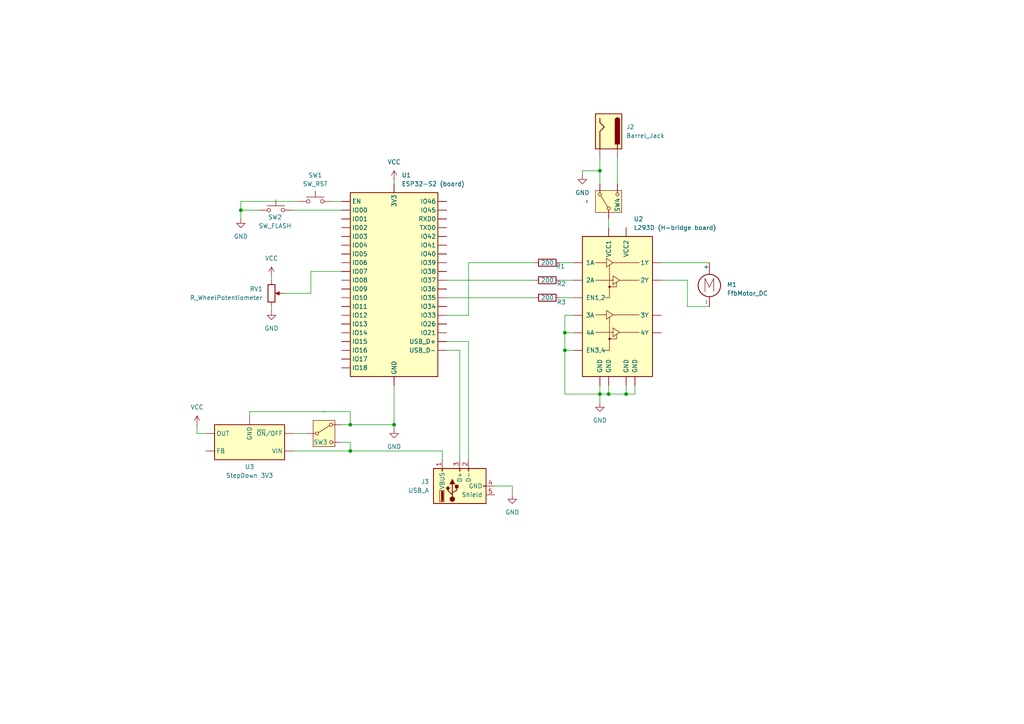
<source format=kicad_sch>
(kicad_sch (version 20231120) (generator "eeschema") (generator_version "8.0")
  (paper "A4")
  (lib_symbols
    (symbol "Connector:Barrel_Jack" (pin_numbers hide) (pin_names (offset 1.016))
      (property "Reference" "J" (at 0 5.334 0))
      (property "Value" "Barrel_Jack" (at 0 -5.08 0))
      (symbol "Barrel_Jack_0_1"
        (rectangle (start -5.08 3.81) (end 5.08 -3.81) (stroke (width 0.254)) (fill (type background)))
        (arc (start -3.302 3.175) (mid -3.9343 2.54) (end -3.302 1.905) (stroke (width 0.254)))
        (arc (start -3.302 3.175) (mid -3.9343 2.54) (end -3.302 1.905) (stroke (width 0.254)) (fill (type outline)))
        (polyline (pts (xy 5.08 2.54) (xy 3.81 2.54)) (stroke (width 0.254)))
        (polyline (pts (xy -3.81 -2.54) (xy -2.54 -2.54) (xy -1.27 -1.27) (xy 0 -2.54) (xy 2.54 -2.54) (xy 5.08 -2.54)) (stroke (width 0.254)))
        (rectangle (start 3.683 3.175) (end -3.302 1.905) (stroke (width 0.254)) (fill (type outline)))
      )
      (symbol "Barrel_Jack_1_1"
        (pin passive line (at 7.62 2.54 180) (length 2.54) (name "~") (number "1"))
        (pin passive line (at 7.62 -2.54 180) (length 2.54) (name "~") (number "2"))
      )
    )
    (symbol "Connector:USB_A" (pin_names (offset 1.016))
      (property "Reference" "J" (at -5.08 11.43 0))
      (property "Value" "USB_A" (at -5.08 8.89 0))
      (symbol "USB_A_0_1"
        (rectangle (start -5.08 -7.62) (end 5.08 7.62) (stroke (width 0.254)) (fill (type background)))
        (circle (center -3.81 2.159) (radius 0.635) (stroke (width 0.254)) (fill (type outline)))
        (rectangle (start -1.524 4.826) (end -4.318 5.334) (fill (type outline)))
        (rectangle (start -1.27 4.572) (end -4.572 5.842))
        (circle (center -0.635 3.429) (radius 0.381) (stroke (width 0.254)) (fill (type outline)))
        (rectangle (start -0.127 -7.62) (end 0.127 -6.858))
        (polyline (pts (xy -3.175 2.159) (xy -2.54 2.159) (xy -1.27 3.429) (xy -0.635 3.429)) (stroke (width 0.254)))
        (polyline (pts (xy -2.54 2.159) (xy -1.905 2.159) (xy -1.27 0.889) (xy 0 0.889)) (stroke (width 0.254)))
        (polyline (pts (xy 0.635 2.794) (xy 0.635 1.524) (xy 1.905 2.159) (xy 0.635 2.794)) (stroke (width 0.254)) (fill (type outline)))
        (rectangle (start 0.254 1.27) (end -0.508 0.508) (stroke (width 0.254)) (fill (type outline)))
        (rectangle (start 5.08 -2.667) (end 4.318 -2.413))
        (rectangle (start 5.08 -0.127) (end 4.318 0.127))
        (rectangle (start 5.08 4.953) (end 4.318 5.207))
      )
      (symbol "USB_A_1_1"
        (polyline (pts (xy -1.905 2.159) (xy 0.635 2.159)) (stroke (width 0.254)))
        (pin power_in line (at 7.62 5.08 180) (length 2.54) (name "VBUS") (number "1"))
        (pin bidirectional line (at 7.62 -2.54 180) (length 2.54) (name "D-") (number "2"))
        (pin bidirectional line (at 7.62 0 180) (length 2.54) (name "D+") (number "3"))
        (pin power_in line (at 0 -10.16 90) (length 2.54) (name "GND") (number "4"))
        (pin passive line (at -2.54 -10.16 90) (length 2.54) (name "Shield") (number "5"))
      )
    )
    (symbol "Device:R" (pin_numbers hide) (pin_names (offset 0))
      (property "Reference" "R" (at 2.032 0 90))
      (property "Value" "R" (at 0 0 90))
      (symbol "R_0_1"
        (rectangle (start -1.016 -2.54) (end 1.016 2.54) (stroke (width 0.254)))
      )
      (symbol "R_1_1"
        (pin passive line (at 0 3.81 270) (length 1.27) (name "~") (number "1"))
        (pin passive line (at 0 -3.81 90) (length 1.27) (name "~") (number "2"))
      )
    )
    (symbol "Device:R_Potentiometer" (pin_numbers hide) (pin_names (offset 1.016) hide)
      (property "Reference" "RV" (at -4.445 0 90))
      (property "Value" "R_Potentiometer" (at -2.54 0 90))
      (symbol "R_Potentiometer_0_1"
        (polyline (pts (xy 2.54 0) (xy 1.524 0)))
        (polyline (pts (xy 1.143 0) (xy 2.286 0.508) (xy 2.286 -0.508) (xy 1.143 0)) (fill (type outline)))
        (rectangle (start 1.016 2.54) (end -1.016 -2.54) (stroke (width 0.254)))
      )
      (symbol "R_Potentiometer_1_1"
        (pin passive line (at 0 3.81 270) (length 1.27) (name "1") (number "1"))
        (pin passive line (at 3.81 0 180) (length 1.27) (name "2") (number "2"))
        (pin passive line (at 0 -3.81 90) (length 1.27) (name "3") (number "3"))
      )
    )
    (symbol "Driver_Motor:L293D" (pin_numbers hide) (pin_names (offset 1.016))
      (property "Reference" "U" (at -5.08 26.035 0))
      (property "Value" "L293D" (at -5.08 24.13 0))
      (symbol "L293D_0_1"
        (rectangle (start -10.16 22.86) (end 10.16 -17.78) (stroke (width 0.254)) (fill (type background)))
        (circle (center -2.286 -6.858) (radius 0.254) (fill (type outline)))
        (circle (center -2.286 8.255) (radius 0.254) (fill (type outline)))
        (polyline (pts (xy -6.35 -4.953) (xy -1.27 -4.953)))
        (polyline (pts (xy -6.35 0.127) (xy -3.175 0.127)))
        (polyline (pts (xy -6.35 10.16) (xy -1.27 10.16)))
        (polyline (pts (xy -6.35 15.24) (xy -3.175 15.24)))
        (polyline (pts (xy -1.27 0.127) (xy 6.35 0.127)))
        (polyline (pts (xy -1.27 15.24) (xy 6.35 15.24)))
        (polyline (pts (xy 0.635 -4.953) (xy 6.35 -4.953)))
        (polyline (pts (xy 0.635 10.16) (xy 6.35 10.16)))
        (polyline (pts (xy -2.286 -6.858) (xy -0.254 -6.858) (xy -0.254 -5.588)))
        (polyline (pts (xy -2.286 -0.635) (xy -2.286 -10.16) (xy -3.556 -10.16)))
        (polyline (pts (xy -2.286 8.255) (xy -0.254 8.255) (xy -0.254 9.525)))
        (polyline (pts (xy -2.286 14.478) (xy -2.286 5.08) (xy -3.556 5.08)))
        (polyline (pts (xy -3.175 1.397) (xy -3.175 -1.143) (xy -1.27 0.127) (xy -3.175 1.397)))
        (polyline (pts (xy -3.175 16.51) (xy -3.175 13.97) (xy -1.27 15.24) (xy -3.175 16.51)))
        (polyline (pts (xy -1.27 -3.683) (xy -1.27 -6.223) (xy 0.635 -4.953) (xy -1.27 -3.683)))
        (polyline (pts (xy -1.27 11.43) (xy -1.27 8.89) (xy 0.635 10.16) (xy -1.27 11.43)))
      )
      (symbol "L293D_1_1"
        (pin input line (at -12.7 5.08 0) (length 2.54) (name "EN1,2") (number "1"))
        (pin input line (at -12.7 0 0) (length 2.54) (name "3A") (number "10"))
        (pin output line (at 12.7 0 180) (length 2.54) (name "3Y") (number "11"))
        (pin power_in line (at 2.54 -20.32 90) (length 2.54) (name "GND") (number "12"))
        (pin power_in line (at 5.08 -20.32 90) (length 2.54) (name "GND") (number "13"))
        (pin output line (at 12.7 -5.08 180) (length 2.54) (name "4Y") (number "14"))
        (pin input line (at -12.7 -5.08 0) (length 2.54) (name "4A") (number "15"))
        (pin power_in line (at -2.54 25.4 270) (length 2.54) (name "VCC1") (number "16"))
        (pin input line (at -12.7 15.24 0) (length 2.54) (name "1A") (number "2"))
        (pin output line (at 12.7 15.24 180) (length 2.54) (name "1Y") (number "3"))
        (pin power_in line (at -5.08 -20.32 90) (length 2.54) (name "GND") (number "4"))
        (pin power_in line (at -2.54 -20.32 90) (length 2.54) (name "GND") (number "5"))
        (pin output line (at 12.7 10.16 180) (length 2.54) (name "2Y") (number "6"))
        (pin input line (at -12.7 10.16 0) (length 2.54) (name "2A") (number "7"))
        (pin power_in line (at 2.54 25.4 270) (length 2.54) (name "VCC2") (number "8"))
        (pin input line (at -12.7 -10.16 0) (length 2.54) (name "EN3,4") (number "9"))
      )
    )
    (symbol "Motor:Motor_DC" (pin_numbers hide) (pin_names (offset 0))
      (property "Reference" "M" (at 2.54 2.54 0))
      (property "Value" "Motor_DC" (at 2.54 -5.08 0))
      (symbol "Motor_DC_0_0"
        (polyline (pts (xy -1.27 -3.302) (xy -1.27 0.508) (xy 0 -2.032) (xy 1.27 0.508) (xy 1.27 -3.302)))
      )
      (symbol "Motor_DC_0_1"
        (circle (center 0 -1.524) (radius 3.2512) (stroke (width 0.254)))
        (polyline (pts (xy 0 -7.62) (xy 0 -7.112)))
        (polyline (pts (xy 0 -4.7752) (xy 0 -5.1816)))
        (polyline (pts (xy 0 1.7272) (xy 0 2.0828)))
        (polyline (pts (xy 0 2.032) (xy 0 2.54)))
      )
      (symbol "Motor_DC_1_1"
        (pin passive line (at 0 5.08 270) (length 2.54) (name "+") (number "1"))
        (pin passive line (at 0 -7.62 90) (length 2.54) (name "-") (number "2"))
      )
    )
    (symbol "RF_Module:ESP32-S2-WROVER" (pin_numbers hide)
      (property "Reference" "U" (at -12.7 29.21 0))
      (property "Value" "ESP32-S2-WROVER" (at 2.54 29.21 0))
      (symbol "ESP32-S2-WROVER_0_1"
        (rectangle (start -12.7 27.94) (end 12.7 -25.4) (stroke (width 0.254)) (fill (type background)))
      )
      (symbol "ESP32-S2-WROVER_1_1"
        (pin power_in line (at 0 -27.94 90) (length 2.54) (name "GND") (number "1"))
        (pin bidirectional line (at -15.24 5.08 0) (length 2.54) (name "IO07") (number "10"))
        (pin bidirectional line (at -15.24 2.54 0) (length 2.54) (name "IO08") (number "11"))
        (pin bidirectional line (at -15.24 0 0) (length 2.54) (name "IO09") (number "12"))
        (pin bidirectional line (at -15.24 -2.54 0) (length 2.54) (name "IO10") (number "13"))
        (pin bidirectional line (at -15.24 -5.08 0) (length 2.54) (name "IO11") (number "14"))
        (pin bidirectional line (at -15.24 -7.62 0) (length 2.54) (name "IO12") (number "15"))
        (pin bidirectional line (at -15.24 -10.16 0) (length 2.54) (name "IO13") (number "16"))
        (pin bidirectional line (at -15.24 -12.7 0) (length 2.54) (name "IO14") (number "17"))
        (pin bidirectional line (at -15.24 -15.24 0) (length 2.54) (name "IO15") (number "18"))
        (pin bidirectional line (at -15.24 -17.78 0) (length 2.54) (name "IO16") (number "19"))
        (pin power_in line (at 0 30.48 270) (length 2.54) (name "3V3") (number "2"))
        (pin bidirectional line (at -15.24 -20.32 0) (length 2.54) (name "IO17") (number "20"))
        (pin bidirectional line (at -15.24 -22.86 0) (length 2.54) (name "IO18") (number "21"))
        (pin bidirectional line (at 15.24 -17.78 180) (length 2.54) (name "USB_D-") (number "22"))
        (pin bidirectional line (at 15.24 -15.24 180) (length 2.54) (name "USB_D+") (number "23"))
        (pin bidirectional line (at 15.24 -12.7 180) (length 2.54) (name "IO21") (number "24"))
        (pin bidirectional line (at 15.24 -10.16 180) (length 2.54) (name "IO26") (number "25"))
        (pin passive line (at 0 -27.94 90) (length 2.54) hide (name "GND") (number "26"))
        (pin bidirectional line (at 15.24 -7.62 180) (length 2.54) (name "IO33") (number "27"))
        (pin bidirectional line (at 15.24 -5.08 180) (length 2.54) (name "IO34") (number "28"))
        (pin bidirectional line (at 15.24 -2.54 180) (length 2.54) (name "IO35") (number "29"))
        (pin bidirectional line (at -15.24 22.86 0) (length 2.54) (name "IO00") (number "3"))
        (pin bidirectional line (at 15.24 0 180) (length 2.54) (name "IO36") (number "30"))
        (pin bidirectional line (at 15.24 2.54 180) (length 2.54) (name "IO37") (number "31"))
        (pin bidirectional line (at 15.24 5.08 180) (length 2.54) (name "IO38") (number "32"))
        (pin bidirectional line (at 15.24 7.62 180) (length 2.54) (name "IO39") (number "33"))
        (pin bidirectional line (at 15.24 10.16 180) (length 2.54) (name "IO40") (number "34"))
        (pin bidirectional line (at 15.24 12.7 180) (length 2.54) (name "IO41") (number "35"))
        (pin bidirectional line (at 15.24 15.24 180) (length 2.54) (name "IO42") (number "36"))
        (pin bidirectional line (at 15.24 17.78 180) (length 2.54) (name "TXD0") (number "37"))
        (pin bidirectional line (at 15.24 20.32 180) (length 2.54) (name "RXD0") (number "38"))
        (pin bidirectional line (at 15.24 22.86 180) (length 2.54) (name "IO45") (number "39"))
        (pin bidirectional line (at -15.24 20.32 0) (length 2.54) (name "IO01") (number "4"))
        (pin input line (at 15.24 25.4 180) (length 2.54) (name "IO46") (number "40"))
        (pin input line (at -15.24 25.4 0) (length 2.54) (name "EN") (number "41"))
        (pin passive line (at 0 -27.94 90) (length 2.54) hide (name "GND") (number "42"))
        (pin passive line (at 0 -27.94 90) (length 2.54) hide (name "GND") (number "43"))
        (pin bidirectional line (at -15.24 17.78 0) (length 2.54) (name "IO02") (number "5"))
        (pin bidirectional line (at -15.24 15.24 0) (length 2.54) (name "IO03") (number "6"))
        (pin bidirectional line (at -15.24 12.7 0) (length 2.54) (name "IO04") (number "7"))
        (pin bidirectional line (at -15.24 10.16 0) (length 2.54) (name "IO05") (number "8"))
        (pin bidirectional line (at -15.24 7.62 0) (length 2.54) (name "IO06") (number "9"))
      )
    )
    (symbol "Regulator_Switching:LM2596S-3.3" (pin_numbers hide)
      (property "Reference" "U" (at -10.16 6.35 0))
      (property "Value" "LM2596S-3.3" (at 0 6.35 0))
      (symbol "LM2596S-3.3_0_1"
        (rectangle (start -10.16 5.08) (end 10.16 -5.08) (stroke (width 0.254)) (fill (type background)))
      )
      (symbol "LM2596S-3.3_1_1"
        (pin power_in line (at -12.7 2.54 0) (length 2.54) (name "VIN") (number "1"))
        (pin output line (at 12.7 -2.54 180) (length 2.54) (name "OUT") (number "2"))
        (pin power_in line (at 0 -7.62 90) (length 2.54) (name "GND") (number "3"))
        (pin input line (at 12.7 2.54 180) (length 2.54) (name "FB") (number "4"))
        (pin input line (at -12.7 -2.54 0) (length 2.54) (name "~{ON}/OFF") (number "5"))
      )
    )
    (symbol "Switch:SW_Nidec_CAS-120A1" (pin_numbers hide) (pin_names (offset 1) hide)
      (property "Reference" "SW" (at 0 4.318 0))
      (property "Value" "SW_Nidec_CAS-120A1" (at 0 -5.08 0))
      (symbol "SW_Nidec_CAS-120A1_0_1"
        (circle (center -2.032 0) (radius 0.4572))
        (polyline (pts (xy -1.651 0.254) (xy 1.651 2.286)))
        (circle (center 2.032 -2.54) (radius 0.4572))
        (circle (center 2.032 2.54) (radius 0.4572))
      )
      (symbol "SW_Nidec_CAS-120A1_1_1"
        (rectangle (start -3.175 3.81) (end 3.175 -3.81) (fill (type background)))
        (pin passive line (at 5.08 -2.54 180) (length 2.54) (name "C") (number "1"))
        (pin passive line (at -5.08 0 0) (length 2.54) (name "B") (number "2"))
        (pin passive line (at 5.08 2.54 180) (length 2.54) (name "A") (number "3"))
      )
    )
    (symbol "Switch:SW_Push" (pin_numbers hide) (pin_names (offset 1.016) hide)
      (property "Reference" "SW" (at 1.27 2.54 0))
      (property "Value" "SW_Push" (at 0 -1.524 0))
      (symbol "SW_Push_0_1"
        (circle (center -2.032 0) (radius 0.508))
        (polyline (pts (xy 0 1.27) (xy 0 3.048)))
        (polyline (pts (xy 2.54 1.27) (xy -2.54 1.27)))
        (circle (center 2.032 0) (radius 0.508))
        (pin passive line (at -5.08 0 0) (length 2.54) (name "1") (number "1"))
        (pin passive line (at 5.08 0 180) (length 2.54) (name "2") (number "2"))
      )
    )
    (symbol "power:GND" (power) (pin_numbers hide) (pin_names (offset 0) hide)
      (property "Value" "GND" (at 0 -3.81 0))
      (symbol "GND_0_1"
        (polyline (pts (xy 0 0) (xy 0 -1.27) (xy 1.27 -1.27) (xy 0 -2.54) (xy -1.27 -1.27) (xy 0 -1.27)))
      )
      (symbol "GND_1_1"
        (pin power_in line (at 0 0 270) (length 0) (name "~") (number "1"))
      )
    )
    (symbol "power:VCC" (power) (pin_numbers hide) (pin_names (offset 0) hide)
      (property "Value" "VCC" (at 0 3.556 0))
      (symbol "VCC_0_1"
        (polyline (pts (xy -0.762 1.27) (xy 0 2.54)))
        (polyline (pts (xy 0 0) (xy 0 2.54)))
        (polyline (pts (xy 0 2.54) (xy 0.762 1.27)))
      )
      (symbol "VCC_1_1"
        (pin power_in line (at 0 0 90) (length 0) (name "~") (number "1"))
      )
    )
  )
  (junction (at 163.83 101.6))
  (junction (at 69.85 60.96))
  (junction (at 163.83 96.52))
  (junction (at 173.99 49.53))
  (junction (at 101.6 130.81))
  (junction (at 173.99 114.3))
  (junction (at 101.6 123.19))
  (junction (at 114.3 123.19))
  (junction (at 181.61 114.3))
  (junction (at 176.53 114.3))
  (wire (pts (xy 69.85 58.42) (xy 69.85 60.96)))
  (wire (pts (xy 85.09 125.73) (xy 88.9 125.73)))
  (wire (pts (xy 85.09 60.96) (xy 99.06 60.96)))
  (wire (pts (xy 99.06 123.19) (xy 101.6 123.19)))
  (wire (pts (xy 78.74 80.01) (xy 78.74 81.28)))
  (wire (pts (xy 69.85 60.96) (xy 74.93 60.96)))
  (wire (pts (xy 176.53 111.76) (xy 176.53 114.3)))
  (wire (pts (xy 99.06 128.27) (xy 101.6 128.27)))
  (wire (pts (xy 163.83 101.6) (xy 163.83 96.52)))
  (wire (pts (xy 90.17 78.74) (xy 99.06 78.74)))
  (wire (pts (xy 176.53 63.5) (xy 176.53 66.04)))
  (wire (pts (xy 163.83 96.52) (xy 166.37 96.52)))
  (wire (pts (xy 173.99 111.76) (xy 173.99 114.3)))
  (wire (pts (xy 162.56 81.28) (xy 166.37 81.28)))
  (wire (pts (xy 184.15 111.76) (xy 184.15 114.3)))
  (wire (pts (xy 114.3 53.34) (xy 114.3 52.07)))
  (wire (pts (xy 205.74 88.9) (xy 199.39 88.9)))
  (wire (pts (xy 163.83 91.44) (xy 166.37 91.44)))
  (wire (pts (xy 168.91 49.53) (xy 168.91 50.8)))
  (wire (pts (xy 129.54 99.06) (xy 135.89 99.06)))
  (wire (pts (xy 191.77 76.2) (xy 205.74 76.2)))
  (wire (pts (xy 173.99 114.3) (xy 176.53 114.3)))
  (wire (pts (xy 181.61 111.76) (xy 181.61 114.3)))
  (wire (pts (xy 78.74 90.17) (xy 78.74 88.9)))
  (wire (pts (xy 148.59 140.97) (xy 148.59 143.51)))
  (wire (pts (xy 162.56 86.36) (xy 166.37 86.36)))
  (wire (pts (xy 129.54 91.44) (xy 135.89 91.44)))
  (wire (pts (xy 72.39 120.65) (xy 72.39 119.38)))
  (wire (pts (xy 173.99 45.72) (xy 173.99 49.53)))
  (wire (pts (xy 101.6 123.19) (xy 101.6 119.38)))
  (wire (pts (xy 90.17 85.09) (xy 90.17 78.74)))
  (wire (pts (xy 135.89 76.2) (xy 135.89 91.44)))
  (wire (pts (xy 173.99 49.53) (xy 168.91 49.53)))
  (wire (pts (xy 101.6 128.27) (xy 101.6 130.81)))
  (wire (pts (xy 57.15 123.19) (xy 57.15 125.73)))
  (wire (pts (xy 163.83 96.52) (xy 163.83 91.44)))
  (wire (pts (xy 163.83 114.3) (xy 163.83 101.6)))
  (wire (pts (xy 86.36 58.42) (xy 69.85 58.42)))
  (wire (pts (xy 133.35 133.35) (xy 133.35 101.6)))
  (wire (pts (xy 181.61 114.3) (xy 184.15 114.3)))
  (wire (pts (xy 162.56 76.2) (xy 166.37 76.2)))
  (wire (pts (xy 114.3 111.76) (xy 114.3 123.19)))
  (wire (pts (xy 129.54 81.28) (xy 154.94 81.28)))
  (wire (pts (xy 143.51 140.97) (xy 148.59 140.97)))
  (wire (pts (xy 128.27 133.35) (xy 128.27 130.81)))
  (wire (pts (xy 101.6 123.19) (xy 114.3 123.19)))
  (wire (pts (xy 199.39 81.28) (xy 191.77 81.28)))
  (wire (pts (xy 163.83 101.6) (xy 166.37 101.6)))
  (wire (pts (xy 173.99 49.53) (xy 173.99 53.34)))
  (wire (pts (xy 176.53 114.3) (xy 181.61 114.3)))
  (wire (pts (xy 129.54 86.36) (xy 154.94 86.36)))
  (wire (pts (xy 133.35 101.6) (xy 129.54 101.6)))
  (wire (pts (xy 82.55 85.09) (xy 90.17 85.09)))
  (wire (pts (xy 114.3 123.19) (xy 114.3 124.46)))
  (wire (pts (xy 96.52 58.42) (xy 99.06 58.42)))
  (wire (pts (xy 128.27 130.81) (xy 101.6 130.81)))
  (wire (pts (xy 173.99 114.3) (xy 163.83 114.3)))
  (wire (pts (xy 57.15 125.73) (xy 59.69 125.73)))
  (wire (pts (xy 72.39 119.38) (xy 101.6 119.38)))
  (wire (pts (xy 179.07 45.72) (xy 179.07 53.34)))
  (wire (pts (xy 173.99 116.84) (xy 173.99 114.3)))
  (wire (pts (xy 135.89 99.06) (xy 135.89 133.35)))
  (wire (pts (xy 199.39 88.9) (xy 199.39 81.28)))
  (wire (pts (xy 101.6 130.81) (xy 85.09 130.81)))
  (wire (pts (xy 135.89 76.2) (xy 154.94 76.2)))
  (wire (pts (xy 69.85 60.96) (xy 69.85 63.5)))
  (symbol (lib_id "power:GND") (at 168.91 50.8 0) (unit 1)
    (property "Reference" "#PWR06" (effects (hide yes)))
    (property "Value" "GND" (at 168.91 55.88 0))
    (property "Description" "Power symbol creates a global label with name \"GND\" , ground" (effects (hide yes)))
  )
  (symbol (lib_id "Switch:SW_Nidec_CAS-120A1") (at 176.53 58.42 90) (unit 1)
    (property "Reference" "SW4" (at 179.07 59.436 0))
    (property "Value" "~" (at 170.18 58.42 0))
    (property "Footprint" "Button_Switch_SMD:Nidec_Copal_CAS-120A" (effects (hide yes)))
    (property "Datasheet" "https://www.nidec-components.com/e/catalog/switch/cas.pdf" (effects (hide yes)))
    (property "Description" "Switch, single pole double throw" (effects (hide yes)))
  )
  (symbol (lib_id "power:GND") (at 173.99 116.84 0) (unit 1)
    (property "Reference" "#PWR05" (effects (hide yes)))
    (property "Value" "GND" (at 173.99 121.92 0))
    (property "Description" "Power symbol creates a global label with name \"GND\" , ground" (effects (hide yes)))
  )
  (symbol (lib_id "Switch:SW_Push") (at 80.01 60.96 0) (unit 1)
    (property "Reference" "SW2" (at 79.756 62.992 0))
    (property "Value" "SW_FLASH" (at 79.756 65.532 0))
    (property "Description" "Push button switch, generic, two pins" (effects (hide yes)))
  )
  (symbol (lib_id "Device:R_Potentiometer") (at 78.74 85.09 0) (unit 1)
    (property "Reference" "RV1" (at 76.2 83.8199 0) (effects (justify right)))
    (property "Value" "R_WheelPotentiometer" (at 76.2 86.3599 0) (effects (justify right)))
    (property "Description" "Potentiometer" (effects (hide yes)))
  )
  (symbol (lib_id "power:VCC") (at 114.3 52.07 0) (unit 1)
    (property "Reference" "#PWR01" (effects (hide yes)))
    (property "Value" "VCC" (at 114.3 46.99 0))
    (property "Description" "Power symbol creates a global label with name \"VCC\"" (effects (hide yes)))
  )
  (symbol (lib_id "Motor:Motor_DC") (at 205.74 81.28 0) (unit 1)
    (property "Reference" "M1" (at 210.82 82.5499 0) (effects (justify left)))
    (property "Value" "FfbMotor_DC" (at 210.82 85.0899 0) (effects (justify left)))
    (property "Description" "DC Motor" (effects (hide yes)))
  )
  (symbol (lib_id "power:VCC") (at 57.15 123.19 0) (unit 1)
    (property "Reference" "#PWR09" (effects (hide yes)))
    (property "Value" "VCC" (at 57.15 118.11 0))
    (property "Description" "Power symbol creates a global label with name \"VCC\"" (effects (hide yes)))
  )
  (symbol (lib_id "Device:R") (at 158.75 86.36 90) (unit 1)
    (property "Reference" "R3" (at 162.814 87.63 90))
    (property "Value" "200" (at 158.75 86.36 90))
    (property "Description" "Resistor" (effects (hide yes)))
  )
  (symbol (lib_id "RF_Module:ESP32-S2-WROVER") (at 114.3 83.82 0) (unit 1)
    (property "Reference" "U1" (at 116.4941 50.8 0) (effects (justify left)))
    (property "Value" "ESP32-S2 (board)" (at 116.4941 53.34 0) (effects (justify left)))
    (property "Footprint" "RF_Module:ESP32-S2-WROVER" (effects (hide yes)))
    (property "Datasheet" "https://www.espressif.com/sites/default/files/documentation/esp32-s2-wroom_esp32-s2-wroom-i_datasheet_en.pdf" (effects (hide yes)))
    (property "Description" "RF Module, ESP32-D0WDQ6 SoC, Wi-Fi 802.11b/g/n, 32-bit, 2.7-3.6V, onboard antenna, SMD" (effects (hide yes)))
  )
  (symbol (lib_id "Driver_Motor:L293D") (at 179.07 91.44 0) (unit 1)
    (property "Reference" "U2" (at 183.8041 63.5 0) (effects (justify left)))
    (property "Value" "L293D (H-bridge board)" (at 183.8041 66.04 0) (effects (justify left)))
    (property "Footprint" "Package_DIP:DIP-16_W7.62mm" (effects (hide yes)))
    (property "Datasheet" "http://www.ti.com/lit/ds/symlink/l293.pdf" (effects (hide yes)))
    (property "Description" "Quadruple Half-H Drivers" (effects (hide yes)))
  )
  (symbol (lib_id "power:GND") (at 78.74 90.17 0) (unit 1)
    (property "Reference" "#PWR07" (effects (hide yes)))
    (property "Value" "GND" (at 78.74 95.25 0))
    (property "Description" "Power symbol creates a global label with name \"GND\" , ground" (effects (hide yes)))
  )
  (symbol (lib_id "Switch:SW_Nidec_CAS-120A1") (at 93.98 125.73 0) (unit 1)
    (property "Reference" "SW3" (at 92.964 128.27 0))
    (property "Value" "~" (at 93.98 119.38 0))
    (property "Footprint" "Button_Switch_SMD:Nidec_Copal_CAS-120A" (effects (hide yes)))
    (property "Datasheet" "https://www.nidec-components.com/e/catalog/switch/cas.pdf" (effects (hide yes)))
    (property "Description" "Switch, single pole double throw" (effects (hide yes)))
  )
  (symbol (lib_id "power:VCC") (at 78.74 80.01 0) (unit 1)
    (property "Reference" "#PWR02" (effects (hide yes)))
    (property "Value" "VCC" (at 78.74 74.93 0))
    (property "Description" "Power symbol creates a global label with name \"VCC\"" (effects (hide yes)))
  )
  (symbol (lib_id "power:GND") (at 148.59 143.51 0) (unit 1)
    (property "Reference" "#PWR08" (effects (hide yes)))
    (property "Value" "GND" (at 148.59 148.59 0))
    (property "Description" "Power symbol creates a global label with name \"GND\" , ground" (effects (hide yes)))
  )
  (symbol (lib_id "power:GND") (at 69.85 63.5 0) (unit 1)
    (property "Reference" "#PWR010" (effects (hide yes)))
    (property "Value" "GND" (at 69.85 68.58 0))
    (property "Description" "Power symbol creates a global label with name \"GND\" , ground" (effects (hide yes)))
  )
  (symbol (lib_id "Switch:SW_Push") (at 91.44 58.42 0) (unit 1)
    (property "Reference" "SW1" (at 91.44 50.8 0))
    (property "Value" "SW_RST" (at 91.44 53.34 0))
    (property "Description" "Push button switch, generic, two pins" (effects (hide yes)))
  )
  (symbol (lib_id "Regulator_Switching:LM2596S-3.3") (at 72.39 128.27 180) (unit 1)
    (property "Reference" "U3" (at 72.39 135.382 0))
    (property "Value" "StepDown 3V3" (at 72.39 137.922 0))
    (property "Footprint" "Package_TO_SOT_SMD:TO-263-5_TabPin3" (effects (hide yes)))
    (property "Datasheet" "http://www.ti.com/lit/ds/symlink/lm2596.pdf" (effects (hide yes)))
    (property "Description" "3.3V 3A Step-Down Voltage Regulator, TO-263" (effects (hide yes)))
  )
  (symbol (lib_id "Connector:Barrel_Jack") (at 176.53 38.1 270) (unit 1)
    (property "Reference" "J2" (at 181.61 36.8299 90) (effects (justify left)))
    (property "Value" "Barrel_Jack" (at 181.61 39.3699 90) (effects (justify left)))
    (property "Description" "DC Barrel Jack" (effects (hide yes)))
  )
  (symbol (lib_id "power:GND") (at 114.3 124.46 0) (unit 1)
    (property "Reference" "#PWR04" (effects (hide yes)))
    (property "Value" "GND" (at 114.3 129.54 0))
    (property "Description" "Power symbol creates a global label with name \"GND\" , ground" (effects (hide yes)))
  )
  (symbol (lib_id "Device:R") (at 158.75 81.28 90) (unit 1)
    (property "Reference" "R2" (at 162.814 82.296 90))
    (property "Value" "200" (at 158.75 81.28 90))
    (property "Description" "Resistor" (effects (hide yes)))
  )
  (symbol (lib_id "Device:R") (at 158.75 76.2 90) (unit 1)
    (property "Reference" "R1" (at 162.56 77.216 90))
    (property "Value" "200" (at 158.75 76.2 90))
    (property "Description" "Resistor" (effects (hide yes)))
  )
  (symbol (lib_id "Connector:USB_A") (at 133.35 140.97 90) (unit 1)
    (property "Reference" "J3" (at 124.46 139.6999 90) (effects (justify left)))
    (property "Value" "USB_A" (at 124.46 142.2399 90) (effects (justify left)))
    (property "Description" "USB Type A connector" (effects (hide yes)))
  )
)
</source>
